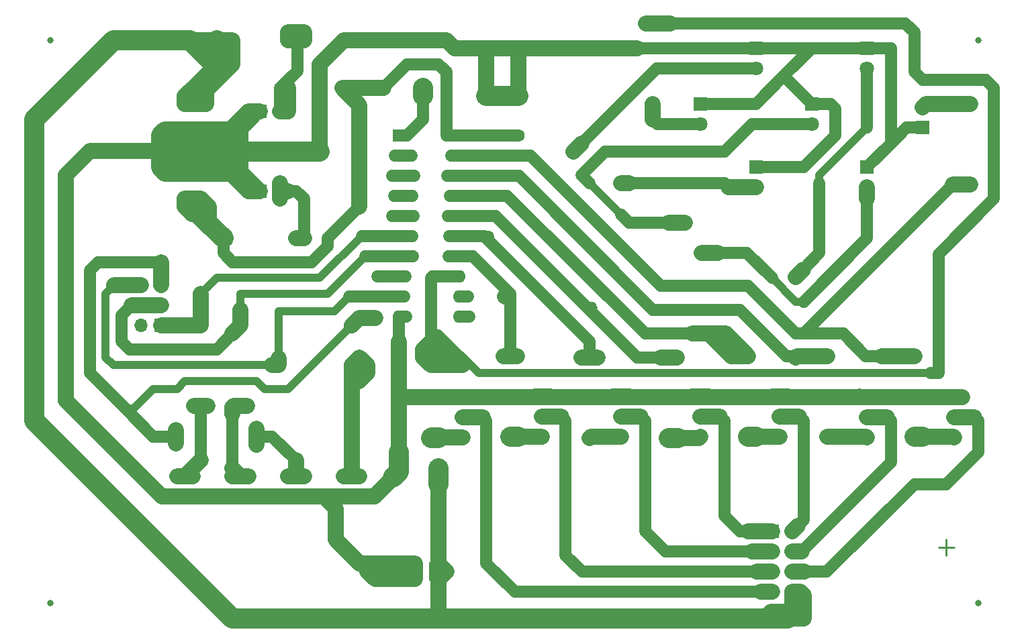
<source format=gbr>
%TF.GenerationSoftware,KiCad,Pcbnew,5.1.8*%
%TF.CreationDate,2021-03-03T19:18:21+01:00*%
%TF.ProjectId,controller,636f6e74-726f-46c6-9c65-722e6b696361,rev?*%
%TF.SameCoordinates,Original*%
%TF.FileFunction,Copper,L2,Bot*%
%TF.FilePolarity,Positive*%
%FSLAX46Y46*%
G04 Gerber Fmt 4.6, Leading zero omitted, Abs format (unit mm)*
G04 Created by KiCad (PCBNEW 5.1.8) date 2021-03-03 19:18:21*
%MOMM*%
%LPD*%
G01*
G04 APERTURE LIST*
%TA.AperFunction,ComponentPad*%
%ADD10C,1.600000*%
%TD*%
%TA.AperFunction,ComponentPad*%
%ADD11C,2.000000*%
%TD*%
%TA.AperFunction,ComponentPad*%
%ADD12R,2.000000X2.000000*%
%TD*%
%TA.AperFunction,ComponentPad*%
%ADD13O,1.700000X1.700000*%
%TD*%
%TA.AperFunction,ComponentPad*%
%ADD14R,1.700000X1.700000*%
%TD*%
%TA.AperFunction,ComponentPad*%
%ADD15O,1.600000X1.600000*%
%TD*%
%TA.AperFunction,ComponentPad*%
%ADD16R,1.600000X1.600000*%
%TD*%
%TA.AperFunction,ComponentPad*%
%ADD17R,1.800000X1.800000*%
%TD*%
%TA.AperFunction,ComponentPad*%
%ADD18C,1.800000*%
%TD*%
%TA.AperFunction,ComponentPad*%
%ADD19C,2.600000*%
%TD*%
%TA.AperFunction,ComponentPad*%
%ADD20O,1.800000X1.800000*%
%TD*%
%TA.AperFunction,ComponentPad*%
%ADD21R,2.400000X2.400000*%
%TD*%
%TA.AperFunction,ComponentPad*%
%ADD22C,2.400000*%
%TD*%
%TA.AperFunction,ViaPad*%
%ADD23C,0.800000*%
%TD*%
%TA.AperFunction,Conductor*%
%ADD24C,0.250000*%
%TD*%
%TA.AperFunction,Conductor*%
%ADD25C,1.500000*%
%TD*%
%TA.AperFunction,Conductor*%
%ADD26C,2.000000*%
%TD*%
%TA.AperFunction,Conductor*%
%ADD27C,2.500000*%
%TD*%
%TA.AperFunction,Conductor*%
%ADD28C,1.000000*%
%TD*%
G04 APERTURE END LIST*
D10*
%TO.P,C4,2*%
%TO.N,Earth*%
X133000000Y-94000000D03*
%TO.P,C4,1*%
%TO.N,/+12V*%
X138000000Y-94000000D03*
%TD*%
%TO.P,C3,2*%
%TO.N,Earth*%
X148000000Y-47000000D03*
%TO.P,C3,1*%
%TO.N,/5V+*%
X148000000Y-52000000D03*
%TD*%
D11*
%TO.P,C1,2*%
%TO.N,Earth*%
X123000000Y-54000000D03*
D12*
%TO.P,C1,1*%
%TO.N,/5V+*%
X128000000Y-54000000D03*
%TD*%
D10*
%TO.P,C2,2*%
%TO.N,Earth*%
X144000000Y-47000000D03*
%TO.P,C2,1*%
%TO.N,/5V+*%
X144000000Y-52000000D03*
%TD*%
D13*
%TO.P,J2,10*%
%TO.N,/+12V*%
X182540000Y-112160000D03*
%TO.P,J2,9*%
X180000000Y-112160000D03*
%TO.P,J2,8*%
X182540000Y-109620000D03*
%TO.P,J2,7*%
%TO.N,/SEG_G*%
X180000000Y-109620000D03*
%TO.P,J2,6*%
%TO.N,/SEG_A*%
X182540000Y-107080000D03*
%TO.P,J2,5*%
%TO.N,/SEG_F*%
X180000000Y-107080000D03*
%TO.P,J2,4*%
%TO.N,/SEG_B*%
X182540000Y-104540000D03*
%TO.P,J2,3*%
%TO.N,/SEG_E*%
X180000000Y-104540000D03*
%TO.P,J2,2*%
%TO.N,/SEG_C*%
X182540000Y-102000000D03*
D14*
%TO.P,J2,1*%
%TO.N,/SEG_D*%
X180000000Y-102000000D03*
%TD*%
D15*
%TO.P,R14,2*%
%TO.N,Net-(R0-Pad1)*%
X165000000Y-37840000D03*
D10*
%TO.P,R14,1*%
%TO.N,Net-(D7-Pad2)*%
X165000000Y-48000000D03*
%TD*%
%TO.P,R15,2*%
%TO.N,Net-(R1-Pad1)*%
%TA.AperFunction,ComponentPad*%
G36*
G01*
X147197275Y-71802725D02*
X147197275Y-71802725D01*
G75*
G02*
X147197275Y-72934095I-565685J-565685D01*
G01*
X147197275Y-72934095D01*
G75*
G02*
X146065905Y-72934095I-565685J565685D01*
G01*
X146065905Y-72934095D01*
G75*
G02*
X146065905Y-71802725I565685J565685D01*
G01*
X146065905Y-71802725D01*
G75*
G02*
X147197275Y-71802725I565685J-565685D01*
G01*
G37*
%TD.AperFunction*%
%TO.P,R15,1*%
%TO.N,Net-(D8-Pad2)*%
X161000000Y-58000000D03*
%TD*%
D16*
%TO.P,U1,1*%
%TO.N,Net-(R8-Pad1)*%
X133000000Y-52000000D03*
D15*
%TO.P,U1,11*%
%TO.N,Net-(U1-Pad11)*%
X140620000Y-74860000D03*
%TO.P,U1,2*%
%TO.N,Net-(U1-Pad2)*%
X133000000Y-54540000D03*
%TO.P,U1,12*%
%TO.N,Net-(U1-Pad12)*%
X140620000Y-72320000D03*
%TO.P,U1,3*%
%TO.N,Net-(U1-Pad3)*%
X133000000Y-57080000D03*
%TO.P,U1,13*%
%TO.N,Net-(R0-Pad1)*%
X140620000Y-69780000D03*
%TO.P,U1,4*%
%TO.N,Net-(U1-Pad4)*%
X133000000Y-59620000D03*
%TO.P,U1,14*%
%TO.N,Net-(R1-Pad1)*%
X140620000Y-67240000D03*
%TO.P,U1,5*%
%TO.N,Net-(U1-Pad5)*%
X133000000Y-62160000D03*
%TO.P,U1,15*%
%TO.N,Net-(R16-Pad2)*%
X140620000Y-64700000D03*
%TO.P,U1,6*%
%TO.N,/BIT_D*%
X133000000Y-64700000D03*
%TO.P,U1,16*%
%TO.N,Net-(R17-Pad2)*%
X140620000Y-62160000D03*
%TO.P,U1,7*%
%TO.N,/BIT_C*%
X133000000Y-67240000D03*
%TO.P,U1,17*%
%TO.N,Net-(R18-Pad2)*%
X140620000Y-59620000D03*
%TO.P,U1,8*%
%TO.N,/BIT_B*%
X133000000Y-69780000D03*
%TO.P,U1,18*%
%TO.N,Net-(R19-Pad2)*%
X140620000Y-57080000D03*
%TO.P,U1,9*%
%TO.N,/BIT_A*%
X133000000Y-72320000D03*
%TO.P,U1,19*%
%TO.N,Net-(R20-Pad2)*%
X140620000Y-54540000D03*
%TO.P,U1,10*%
%TO.N,Earth*%
X133000000Y-74860000D03*
%TO.P,U1,20*%
%TO.N,/5V+*%
X140620000Y-52000000D03*
%TD*%
D17*
%TO.P,D1,1*%
%TO.N,Earth*%
X115460000Y-59000000D03*
D18*
%TO.P,D1,2*%
%TO.N,Net-(D1-Pad2)*%
X118000000Y-59000000D03*
%TD*%
D17*
%TO.P,D2,1*%
%TO.N,Earth*%
X106000000Y-97540000D03*
D18*
%TO.P,D2,2*%
%TO.N,Net-(D2-Pad2)*%
X106000000Y-95000000D03*
%TD*%
D17*
%TO.P,D3,1*%
%TO.N,Earth*%
X113000000Y-97540000D03*
D18*
%TO.P,D3,2*%
%TO.N,Net-(D3-Pad2)*%
X113000000Y-95000000D03*
%TD*%
D17*
%TO.P,D4,1*%
%TO.N,Earth*%
X120000000Y-97540000D03*
D18*
%TO.P,D4,2*%
%TO.N,Net-(D4-Pad2)*%
X120000000Y-95000000D03*
%TD*%
%TO.P,D5,2*%
%TO.N,Net-(D5-Pad2)*%
X127000000Y-95000000D03*
D17*
%TO.P,D5,1*%
%TO.N,Earth*%
X127000000Y-97540000D03*
%TD*%
%TO.P,D6,1*%
%TO.N,Earth*%
X115460000Y-49000000D03*
D18*
%TO.P,D6,2*%
%TO.N,Net-(D6-Pad2)*%
X118000000Y-49000000D03*
%TD*%
%TO.P,D7,2*%
%TO.N,Net-(D7-Pad2)*%
X171000000Y-50540000D03*
D17*
%TO.P,D7,1*%
%TO.N,Earth*%
X171000000Y-48000000D03*
%TD*%
D18*
%TO.P,D8,2*%
%TO.N,Net-(D8-Pad2)*%
X178000000Y-58540000D03*
D17*
%TO.P,D8,1*%
%TO.N,Earth*%
X178000000Y-56000000D03*
%TD*%
D18*
%TO.P,D9,2*%
%TO.N,Net-(D9-Pad2)*%
X178000000Y-43540000D03*
D17*
%TO.P,D9,1*%
%TO.N,Earth*%
X178000000Y-41000000D03*
%TD*%
D18*
%TO.P,D10,2*%
%TO.N,Net-(D10-Pad2)*%
X185000000Y-50540000D03*
D17*
%TO.P,D10,1*%
%TO.N,Earth*%
X185000000Y-48000000D03*
%TD*%
%TO.P,D11,1*%
%TO.N,Earth*%
X192000000Y-56000000D03*
D18*
%TO.P,D11,2*%
%TO.N,Net-(D11-Pad2)*%
X192000000Y-58540000D03*
%TD*%
%TO.P,D12,2*%
%TO.N,Net-(D12-Pad2)*%
X192000000Y-43540000D03*
D17*
%TO.P,D12,1*%
%TO.N,Earth*%
X192000000Y-41000000D03*
%TD*%
%TO.P,D13,1*%
%TO.N,Earth*%
X199000000Y-51000000D03*
D18*
%TO.P,D13,2*%
%TO.N,Net-(D13-Pad2)*%
X199000000Y-48460000D03*
%TD*%
D19*
%TO.P,J0,1*%
%TO.N,/+12V*%
X107020000Y-46380000D03*
%TO.P,J0,2*%
%TO.N,Earth*%
X107020000Y-51460000D03*
%TO.P,J0,3*%
X107020000Y-56540000D03*
%TO.P,J0,4*%
%TO.N,/5V+*%
X107020000Y-61620000D03*
%TD*%
D14*
%TO.P,J3,1*%
%TO.N,/BIT_D*%
X103000000Y-76000000D03*
D13*
%TO.P,J3,2*%
%TO.N,Net-(J3-Pad2)*%
X100460000Y-76000000D03*
%TO.P,J3,3*%
%TO.N,/BIT_C*%
X103000000Y-73460000D03*
%TO.P,J3,4*%
X100460000Y-73460000D03*
%TO.P,J3,5*%
%TO.N,/BIT_B*%
X103000000Y-70920000D03*
%TO.P,J3,6*%
%TO.N,/BIT_A*%
X100460000Y-70920000D03*
%TD*%
D20*
%TO.P,Q0,3*%
%TO.N,Net-(Q0-Pad3)*%
X141000000Y-90080000D03*
%TO.P,Q0,2*%
%TO.N,/SEG_G*%
X141000000Y-87540000D03*
D17*
%TO.P,Q0,1*%
%TO.N,Earth*%
X141000000Y-85000000D03*
%TD*%
%TO.P,Q1,1*%
%TO.N,Earth*%
X151000000Y-84920000D03*
D20*
%TO.P,Q1,2*%
%TO.N,/SEG_F*%
X151000000Y-87460000D03*
%TO.P,Q1,3*%
%TO.N,Net-(Q1-Pad3)*%
X151000000Y-90000000D03*
%TD*%
%TO.P,Q2,3*%
%TO.N,Net-(Q2-Pad3)*%
X161000000Y-90000000D03*
%TO.P,Q2,2*%
%TO.N,/SEG_E*%
X161000000Y-87460000D03*
D17*
%TO.P,Q2,1*%
%TO.N,Earth*%
X161000000Y-84920000D03*
%TD*%
%TO.P,Q3,1*%
%TO.N,Earth*%
X171000000Y-84920000D03*
D20*
%TO.P,Q3,2*%
%TO.N,/SEG_D*%
X171000000Y-87460000D03*
%TO.P,Q3,3*%
%TO.N,Net-(Q3-Pad3)*%
X171000000Y-90000000D03*
%TD*%
D17*
%TO.P,Q4,1*%
%TO.N,Earth*%
X181000000Y-84920000D03*
D20*
%TO.P,Q4,2*%
%TO.N,/SEG_C*%
X181000000Y-87460000D03*
%TO.P,Q4,3*%
%TO.N,Net-(Q4-Pad3)*%
X181000000Y-90000000D03*
%TD*%
%TO.P,Q5,3*%
%TO.N,Net-(Q5-Pad3)*%
X192000000Y-90080000D03*
%TO.P,Q5,2*%
%TO.N,/SEG_B*%
X192000000Y-87540000D03*
D17*
%TO.P,Q5,1*%
%TO.N,Earth*%
X192000000Y-85000000D03*
%TD*%
%TO.P,Q6,1*%
%TO.N,Earth*%
X203000000Y-85000000D03*
D20*
%TO.P,Q6,2*%
%TO.N,/SEG_A*%
X203000000Y-87540000D03*
%TO.P,Q6,3*%
%TO.N,Net-(Q6-Pad3)*%
X203000000Y-90080000D03*
%TD*%
D10*
%TO.P,R0,1*%
%TO.N,Net-(R0-Pad1)*%
X137000000Y-80000000D03*
D15*
%TO.P,R0,2*%
%TO.N,Net-(Q0-Pad3)*%
X137000000Y-90160000D03*
%TD*%
%TO.P,R1,2*%
%TO.N,Net-(Q1-Pad3)*%
X147000000Y-90000000D03*
D10*
%TO.P,R1,1*%
%TO.N,Net-(R1-Pad1)*%
X147000000Y-79840000D03*
%TD*%
D15*
%TO.P,R2,2*%
%TO.N,Net-(Q2-Pad3)*%
X157000000Y-90160000D03*
D10*
%TO.P,R2,1*%
%TO.N,Net-(R16-Pad2)*%
X157000000Y-80000000D03*
%TD*%
%TO.P,R3,1*%
%TO.N,Net-(R17-Pad2)*%
X167000000Y-80000000D03*
D15*
%TO.P,R3,2*%
%TO.N,Net-(Q3-Pad3)*%
X167000000Y-90160000D03*
%TD*%
%TO.P,R4,2*%
%TO.N,Net-(Q4-Pad3)*%
X177000000Y-90000000D03*
D10*
%TO.P,R4,1*%
%TO.N,Net-(R18-Pad2)*%
X177000000Y-79840000D03*
%TD*%
%TO.P,R5,1*%
%TO.N,Net-(R19-Pad2)*%
X187000000Y-79840000D03*
D15*
%TO.P,R5,2*%
%TO.N,Net-(Q5-Pad3)*%
X187000000Y-90000000D03*
%TD*%
D10*
%TO.P,R6,1*%
%TO.N,Net-(R20-Pad2)*%
X198000000Y-79840000D03*
D15*
%TO.P,R6,2*%
%TO.N,Net-(Q6-Pad3)*%
X198000000Y-90000000D03*
%TD*%
D10*
%TO.P,R7,1*%
%TO.N,/5V+*%
X110840000Y-65000000D03*
D15*
%TO.P,R7,2*%
%TO.N,Net-(D1-Pad2)*%
X121000000Y-65000000D03*
%TD*%
%TO.P,R8,2*%
%TO.N,/5V+*%
X125840000Y-46000000D03*
D10*
%TO.P,R8,1*%
%TO.N,Net-(R8-Pad1)*%
X136000000Y-46000000D03*
%TD*%
%TO.P,R9,1*%
%TO.N,Net-(D2-Pad2)*%
X108000000Y-86160000D03*
D15*
%TO.P,R9,2*%
%TO.N,/BIT_D*%
X108000000Y-76000000D03*
%TD*%
%TO.P,R10,2*%
%TO.N,/BIT_C*%
X113000000Y-76000000D03*
D10*
%TO.P,R10,1*%
%TO.N,Net-(D3-Pad2)*%
X113000000Y-86160000D03*
%TD*%
D15*
%TO.P,R11,2*%
%TO.N,/BIT_B*%
X104840000Y-90000000D03*
D10*
%TO.P,R11,1*%
%TO.N,Net-(D4-Pad2)*%
X115000000Y-90000000D03*
%TD*%
%TO.P,R12,1*%
%TO.N,Net-(D5-Pad2)*%
X128000000Y-81000000D03*
D15*
%TO.P,R12,2*%
%TO.N,/BIT_A*%
X117840000Y-81000000D03*
%TD*%
D10*
%TO.P,R13,1*%
%TO.N,Net-(D6-Pad2)*%
X120160000Y-40000000D03*
D15*
%TO.P,R13,2*%
%TO.N,/+12V*%
X110000000Y-40000000D03*
%TD*%
%TO.P,R18,2*%
%TO.N,Net-(R18-Pad2)*%
X172000000Y-77000000D03*
D10*
%TO.P,R18,1*%
%TO.N,Net-(D11-Pad2)*%
X172000000Y-66840000D03*
%TD*%
%TO.P,R19,1*%
%TO.N,Net-(D12-Pad2)*%
X183000000Y-69840000D03*
D15*
%TO.P,R19,2*%
%TO.N,Net-(R19-Pad2)*%
X183000000Y-80000000D03*
%TD*%
%TO.P,R20,2*%
%TO.N,Net-(R20-Pad2)*%
X205000000Y-58160000D03*
D10*
%TO.P,R20,1*%
%TO.N,Net-(D13-Pad2)*%
X205000000Y-48000000D03*
%TD*%
%TO.P,R16,1*%
%TO.N,Net-(D9-Pad2)*%
X155000000Y-54000000D03*
%TO.P,R16,2*%
%TO.N,Net-(R16-Pad2)*%
%TA.AperFunction,ComponentPad*%
G36*
G01*
X144789378Y-64210622D02*
X144789378Y-64210622D01*
G75*
G02*
X144789378Y-65341992I-565685J-565685D01*
G01*
X144789378Y-65341992D01*
G75*
G02*
X143658008Y-65341992I-565685J565685D01*
G01*
X143658008Y-65341992D01*
G75*
G02*
X143658008Y-64210622I565685J565685D01*
G01*
X143658008Y-64210622D01*
G75*
G02*
X144789378Y-64210622I565685J-565685D01*
G01*
G37*
%TD.AperFunction*%
%TD*%
%TO.P,R17,2*%
%TO.N,Net-(R17-Pad2)*%
%TA.AperFunction,ComponentPad*%
G36*
G01*
X157789378Y-73210622D02*
X157789378Y-73210622D01*
G75*
G02*
X157789378Y-74341992I-565685J-565685D01*
G01*
X157789378Y-74341992D01*
G75*
G02*
X156658008Y-74341992I-565685J565685D01*
G01*
X156658008Y-74341992D01*
G75*
G02*
X156658008Y-73210622I565685J565685D01*
G01*
X156658008Y-73210622D01*
G75*
G02*
X157789378Y-73210622I565685J-565685D01*
G01*
G37*
%TD.AperFunction*%
%TO.P,R17,1*%
%TO.N,Net-(D10-Pad2)*%
X168000000Y-63000000D03*
%TD*%
D21*
%TO.P,C5,1*%
%TO.N,/+12V*%
X138000000Y-107000000D03*
D22*
%TO.P,C5,2*%
%TO.N,Earth*%
X133000000Y-107000000D03*
%TD*%
D23*
%TO.N,*%
X89000000Y-40000000D03*
X89000000Y-111000000D03*
X206000000Y-40000000D03*
X206000000Y-111000000D03*
%TO.N,/BIT_B*%
X130220000Y-69780000D03*
X130000000Y-75000000D03*
%TD*%
D24*
%TO.N,*%
X202000000Y-103000000D02*
X202000000Y-105000000D01*
X203000000Y-104000000D02*
X201000000Y-104000000D01*
D25*
%TO.N,Earth*%
X113000000Y-51460000D02*
X115460000Y-49000000D01*
D26*
X120000000Y-97540000D02*
X113000000Y-97540000D01*
X113000000Y-97540000D02*
X106000000Y-97540000D01*
X103100000Y-97540000D02*
X91000000Y-85440000D01*
X106000000Y-97540000D02*
X103100000Y-97540000D01*
X91000000Y-85440000D02*
X91000000Y-57000000D01*
X91000000Y-57000000D02*
X94020000Y-53980000D01*
D27*
X107020000Y-53980000D02*
X107020000Y-56540000D01*
X107020000Y-51460000D02*
X107020000Y-53980000D01*
D26*
X127000000Y-97540000D02*
X129900000Y-97540000D01*
D25*
X133000000Y-74860000D02*
X133000000Y-78000000D01*
D26*
X133000000Y-85000000D02*
X133000000Y-78000000D01*
X133000000Y-88000000D02*
X133000000Y-85000000D01*
D25*
X133000000Y-74860000D02*
X133860000Y-74860000D01*
D26*
X115460000Y-49000000D02*
X114000000Y-49000000D01*
X114000000Y-49000000D02*
X112000000Y-51000000D01*
X108460000Y-51460000D02*
X108460000Y-55460000D01*
D25*
X107020000Y-51460000D02*
X108460000Y-51460000D01*
D26*
X108460000Y-55460000D02*
X108920000Y-55000000D01*
X108920000Y-55000000D02*
X112000000Y-55000000D01*
X112000000Y-55000000D02*
X112000000Y-53000000D01*
X112000000Y-53000000D02*
X110000000Y-53000000D01*
X108920000Y-54080000D02*
X111540000Y-51460000D01*
X108920000Y-55000000D02*
X108920000Y-54080000D01*
D25*
X111540000Y-51460000D02*
X113000000Y-51460000D01*
X108460000Y-51460000D02*
X111540000Y-51460000D01*
D26*
X115460000Y-59000000D02*
X113000000Y-56540000D01*
X114000000Y-59000000D02*
X111540000Y-56540000D01*
X115460000Y-59000000D02*
X114000000Y-59000000D01*
X111540000Y-56540000D02*
X113000000Y-56540000D01*
X141000000Y-85000000D02*
X139000000Y-85000000D01*
D25*
X139000000Y-85000000D02*
X133000000Y-85000000D01*
D26*
X141000000Y-85000000D02*
X143000000Y-85000000D01*
X150080000Y-84920000D02*
X150000000Y-85000000D01*
X151000000Y-84920000D02*
X150080000Y-84920000D01*
D25*
X143000000Y-85000000D02*
X150000000Y-85000000D01*
D26*
X151000000Y-84920000D02*
X152080000Y-84920000D01*
X161000000Y-84920000D02*
X159920000Y-84920000D01*
D25*
X152080000Y-84920000D02*
X159920000Y-84920000D01*
D26*
X161000000Y-84920000D02*
X162080000Y-84920000D01*
X171000000Y-84920000D02*
X169920000Y-84920000D01*
D25*
X162080000Y-84920000D02*
X169920000Y-84920000D01*
D26*
X171000000Y-84920000D02*
X172080000Y-84920000D01*
X181000000Y-84920000D02*
X180080000Y-84920000D01*
D25*
X180080000Y-84920000D02*
X172080000Y-84920000D01*
D26*
X181000000Y-84920000D02*
X182080000Y-84920000D01*
X191160000Y-85000000D02*
X191080000Y-84920000D01*
X192000000Y-85000000D02*
X191160000Y-85000000D01*
D25*
X182080000Y-84920000D02*
X191080000Y-84920000D01*
D26*
X192000000Y-85000000D02*
X193000000Y-85000000D01*
X203000000Y-85000000D02*
X202000000Y-85000000D01*
D25*
X193000000Y-85000000D02*
X202000000Y-85000000D01*
D26*
X203000000Y-85000000D02*
X204000000Y-85000000D01*
X113000000Y-54000000D02*
X113000000Y-51460000D01*
X113000000Y-56540000D02*
X113000000Y-54000000D01*
D25*
X171000000Y-48000000D02*
X178000000Y-48000000D01*
X185000000Y-41000000D02*
X192000000Y-41000000D01*
X178000000Y-41000000D02*
X185000000Y-41000000D01*
X181500000Y-44500000D02*
X185000000Y-48000000D01*
X178000000Y-48000000D02*
X181500000Y-44500000D01*
X181500000Y-44500000D02*
X185000000Y-41000000D01*
X178000000Y-56000000D02*
X184000000Y-56000000D01*
X184000000Y-56000000D02*
X188000000Y-52000000D01*
X187400000Y-48000000D02*
X185000000Y-48000000D01*
X188000000Y-48600000D02*
X187400000Y-48000000D01*
X188000000Y-52000000D02*
X188000000Y-48600000D01*
X195000000Y-53000000D02*
X195000000Y-41000000D01*
X192000000Y-56000000D02*
X195000000Y-53000000D01*
X192000000Y-41000000D02*
X195000000Y-41000000D01*
X197000000Y-51000000D02*
X195000000Y-53000000D01*
X199000000Y-51000000D02*
X197000000Y-51000000D01*
D27*
X123000000Y-54000000D02*
X113000000Y-54000000D01*
D26*
X126000000Y-40000000D02*
X139000000Y-40000000D01*
X123000000Y-43000000D02*
X126000000Y-40000000D01*
X123000000Y-54000000D02*
X123000000Y-43000000D01*
X144000000Y-47000000D02*
X144000000Y-45000000D01*
D27*
X148000000Y-47000000D02*
X144000000Y-47000000D01*
D26*
X139000000Y-40000000D02*
X140000000Y-41000000D01*
X148000000Y-47000000D02*
X148000000Y-41000000D01*
D25*
X148000000Y-41000000D02*
X178000000Y-41000000D01*
D26*
X148000000Y-41000000D02*
X163000000Y-41000000D01*
X144000000Y-45000000D02*
X144000000Y-41000000D01*
X144000000Y-41000000D02*
X140000000Y-41000000D01*
X148000000Y-41000000D02*
X144000000Y-41000000D01*
X123460000Y-97540000D02*
X120000000Y-97540000D01*
X127000000Y-97540000D02*
X123460000Y-97540000D01*
X133000000Y-85000000D02*
X204000000Y-85000000D01*
D27*
X133000000Y-92000000D02*
X133000000Y-94440000D01*
D26*
X133000000Y-92000000D02*
X133000000Y-88000000D01*
D27*
X133000000Y-94440000D02*
X132220000Y-95220000D01*
X133000000Y-94000000D02*
X133000000Y-94440000D01*
D26*
X129900000Y-97540000D02*
X132220000Y-95220000D01*
D27*
X107020000Y-51460000D02*
X111540000Y-51460000D01*
X107020000Y-56540000D02*
X111540000Y-56540000D01*
D26*
X94020000Y-53980000D02*
X102980000Y-53980000D01*
D27*
X107020000Y-56540000D02*
X104540000Y-56540000D01*
X107020000Y-51460000D02*
X103540000Y-51460000D01*
X102980000Y-52020000D02*
X102980000Y-53980000D01*
X103540000Y-51460000D02*
X102980000Y-52020000D01*
X107020000Y-53980000D02*
X102980000Y-53980000D01*
X104500000Y-51460000D02*
X107020000Y-53980000D01*
X103540000Y-51460000D02*
X104500000Y-51460000D01*
X107020000Y-54060000D02*
X104540000Y-56540000D01*
X107020000Y-53980000D02*
X107020000Y-54060000D01*
X103540000Y-56540000D02*
X104540000Y-56540000D01*
X102980000Y-55980000D02*
X103540000Y-56540000D01*
X102980000Y-53980000D02*
X102980000Y-55980000D01*
D26*
X130000000Y-108000000D02*
X129000000Y-107000000D01*
X134000000Y-107000000D02*
X130000000Y-107000000D01*
X129000000Y-107000000D02*
X134000000Y-107000000D01*
X135000000Y-108000000D02*
X130000000Y-108000000D01*
X135000000Y-106000000D02*
X135000000Y-108000000D01*
X128000000Y-106000000D02*
X135000000Y-106000000D01*
X125000000Y-103000000D02*
X128000000Y-106000000D01*
X125000000Y-99080000D02*
X125000000Y-103000000D01*
X123460000Y-97540000D02*
X125000000Y-99080000D01*
D25*
%TO.N,Net-(D1-Pad2)*%
X120000000Y-59000000D02*
X121000000Y-60000000D01*
D26*
X121000000Y-65000000D02*
X120000000Y-65000000D01*
D25*
X121000000Y-60000000D02*
X121000000Y-65000000D01*
D26*
X118000000Y-59000000D02*
X119000000Y-59000000D01*
D25*
X119000000Y-59000000D02*
X120000000Y-59000000D01*
D26*
X118000000Y-59000000D02*
X118000000Y-58000000D01*
X118000000Y-58000000D02*
X118000000Y-60000000D01*
D25*
%TO.N,Net-(D2-Pad2)*%
X108000000Y-86160000D02*
X108000000Y-93000000D01*
D26*
X108000000Y-86160000D02*
X107160000Y-86160000D01*
X108000000Y-86160000D02*
X108840000Y-86160000D01*
X106000000Y-95000000D02*
X108000000Y-93000000D01*
X106000000Y-95000000D02*
X105000000Y-95000000D01*
X105000000Y-95000000D02*
X107000000Y-95000000D01*
D25*
%TO.N,Net-(D3-Pad2)*%
X112000000Y-87160000D02*
X112000000Y-94000000D01*
D26*
X113000000Y-86160000D02*
X113840000Y-86160000D01*
X113000000Y-86160000D02*
X112160000Y-86160000D01*
X112000000Y-86320000D02*
X112000000Y-87160000D01*
X112160000Y-86160000D02*
X112000000Y-86320000D01*
X113000000Y-95000000D02*
X112000000Y-94000000D01*
X113000000Y-95000000D02*
X112000000Y-95000000D01*
X112000000Y-95000000D02*
X114000000Y-95000000D01*
%TO.N,Net-(D4-Pad2)*%
X115000000Y-90000000D02*
X115000000Y-89000000D01*
X115000000Y-90000000D02*
X115000000Y-91000000D01*
X120000000Y-95000000D02*
X120000000Y-93000000D01*
X120000000Y-95000000D02*
X119000000Y-95000000D01*
X119000000Y-95000000D02*
X121000000Y-95000000D01*
D25*
X115000000Y-90000000D02*
X117000000Y-90000000D01*
X117000000Y-90000000D02*
X120000000Y-93000000D01*
D26*
%TO.N,Net-(D5-Pad2)*%
X127000000Y-82000000D02*
X128000000Y-81000000D01*
X127000000Y-95000000D02*
X127000000Y-82000000D01*
X128000000Y-81000000D02*
X128000000Y-83000000D01*
X128000000Y-81000000D02*
X128000000Y-80000000D01*
X129000000Y-81000000D02*
X128000000Y-80000000D01*
X128000000Y-80000000D02*
X127000000Y-81000000D01*
X127000000Y-81000000D02*
X127000000Y-82000000D01*
X129000000Y-82000000D02*
X128000000Y-83000000D01*
X129000000Y-81000000D02*
X129000000Y-82000000D01*
X127000000Y-95000000D02*
X126000000Y-95000000D01*
X126000000Y-95000000D02*
X128000000Y-95000000D01*
D25*
%TO.N,Net-(D6-Pad2)*%
X120160000Y-40000000D02*
X120160000Y-43840000D01*
X118000000Y-46000000D02*
X118000000Y-49000000D01*
X120160000Y-43840000D02*
X118000000Y-46000000D01*
D26*
X120160000Y-40000000D02*
X119000000Y-40000000D01*
X119000000Y-40000000D02*
X119000000Y-39000000D01*
X119000000Y-39000000D02*
X121000000Y-39000000D01*
X121000000Y-39000000D02*
X121000000Y-40000000D01*
X118000000Y-49000000D02*
X119000000Y-49000000D01*
X119000000Y-49000000D02*
X119000000Y-46000000D01*
D25*
%TO.N,Net-(D7-Pad2)*%
X165540000Y-50540000D02*
X171000000Y-50540000D01*
X165000000Y-50000000D02*
X165540000Y-50540000D01*
D26*
X165000000Y-48000000D02*
X165000000Y-50000000D01*
D25*
%TO.N,/5V+*%
X110840000Y-65000000D02*
X110840000Y-66840000D01*
X110840000Y-66840000D02*
X112000000Y-68000000D01*
X112000000Y-68000000D02*
X122000000Y-68000000D01*
X122000000Y-68000000D02*
X124000000Y-66000000D01*
X140620000Y-52000000D02*
X140000000Y-52000000D01*
X124000000Y-66000000D02*
X124000000Y-65000000D01*
X124000000Y-65000000D02*
X128000000Y-61000000D01*
X139000000Y-52000000D02*
X140620000Y-52000000D01*
X139000000Y-44000000D02*
X139000000Y-52000000D01*
D26*
X128000000Y-54000000D02*
X128000000Y-61000000D01*
X128000000Y-48160000D02*
X125840000Y-46000000D01*
X128000000Y-54000000D02*
X128000000Y-48160000D01*
X125840000Y-46000000D02*
X131000000Y-46000000D01*
D25*
X138000000Y-43000000D02*
X139000000Y-44000000D01*
X134000000Y-43000000D02*
X138000000Y-43000000D01*
X131000000Y-46000000D02*
X134000000Y-43000000D01*
X148000000Y-52000000D02*
X143000000Y-52000000D01*
X143000000Y-52000000D02*
X144000000Y-52000000D01*
X140620000Y-52000000D02*
X143000000Y-52000000D01*
D27*
X107020000Y-61620000D02*
X107460000Y-61620000D01*
D26*
X107020000Y-61620000D02*
X108380000Y-61620000D01*
X108380000Y-61620000D02*
X109000000Y-61000000D01*
X109000000Y-61000000D02*
X108000000Y-60000000D01*
X108000000Y-60000000D02*
X106000000Y-60000000D01*
X106000000Y-61000000D02*
X106620000Y-61620000D01*
X106000000Y-60000000D02*
X106000000Y-61000000D01*
X109000000Y-63000000D02*
X108920000Y-63080000D01*
X109000000Y-61000000D02*
X109000000Y-63000000D01*
D27*
X108920000Y-63080000D02*
X110840000Y-65000000D01*
X107460000Y-61620000D02*
X108920000Y-63080000D01*
D25*
%TO.N,Net-(D8-Pad2)*%
X174000000Y-58000000D02*
X174540000Y-58540000D01*
X162000000Y-58000000D02*
X174000000Y-58000000D01*
D26*
X162000000Y-58000000D02*
X161000000Y-58000000D01*
X178000000Y-58540000D02*
X174540000Y-58540000D01*
D25*
%TO.N,Net-(D9-Pad2)*%
X165460000Y-43540000D02*
X178000000Y-43540000D01*
D26*
X155000000Y-54000000D02*
X156000000Y-53000000D01*
D25*
X156000000Y-53000000D02*
X165460000Y-43540000D01*
%TO.N,Net-(D10-Pad2)*%
X162000000Y-63000000D02*
X161000000Y-62000000D01*
D28*
X161000000Y-62000000D02*
X157000000Y-58000000D01*
D25*
X157000000Y-58000000D02*
X156000000Y-57000000D01*
X156000000Y-57000000D02*
X159000000Y-54000000D01*
X159000000Y-54000000D02*
X174000000Y-54000000D01*
X177460000Y-50540000D02*
X185000000Y-50540000D01*
X174000000Y-54000000D02*
X177460000Y-50540000D01*
D26*
X169000000Y-63000000D02*
X168000000Y-63000000D01*
X168000000Y-63000000D02*
X167000000Y-63000000D01*
D25*
X167000000Y-63000000D02*
X162000000Y-63000000D01*
%TO.N,Net-(D11-Pad2)*%
X176840000Y-66840000D02*
X180000000Y-70000000D01*
X192000000Y-65000000D02*
X184000000Y-73000000D01*
D28*
X180000000Y-70000000D02*
X183000000Y-73000000D01*
X183000000Y-73000000D02*
X184000000Y-73000000D01*
D26*
X172000000Y-66840000D02*
X171160000Y-66840000D01*
X171160000Y-66840000D02*
X173160000Y-66840000D01*
D25*
X173160000Y-66840000D02*
X176840000Y-66840000D01*
D26*
X192000000Y-58540000D02*
X192000000Y-60000000D01*
D25*
X192000000Y-60000000D02*
X192000000Y-65000000D01*
%TO.N,Net-(D12-Pad2)*%
X186000000Y-66840000D02*
X186000000Y-58000000D01*
X192000000Y-43540000D02*
X192000000Y-51000000D01*
D28*
X186000000Y-57000000D02*
X192000000Y-51000000D01*
X186000000Y-58000000D02*
X186000000Y-57000000D01*
D26*
X183000000Y-69840000D02*
X183920000Y-68920000D01*
D25*
X183920000Y-68920000D02*
X186000000Y-66840000D01*
D26*
%TO.N,Net-(D13-Pad2)*%
X199460000Y-48000000D02*
X199000000Y-48460000D01*
X205000000Y-48000000D02*
X199460000Y-48000000D01*
D27*
%TO.N,/+12V*%
X110000000Y-43400000D02*
X110000000Y-40000000D01*
X107020000Y-46380000D02*
X110000000Y-43400000D01*
D26*
X182540000Y-109620000D02*
X182540000Y-112460000D01*
D27*
X87000000Y-50000000D02*
X87000000Y-88000000D01*
X97000000Y-40000000D02*
X87000000Y-50000000D01*
X106600000Y-40000000D02*
X97000000Y-40000000D01*
X87000000Y-88000000D02*
X112000000Y-113000000D01*
D26*
X180000000Y-112160000D02*
X179840000Y-112160000D01*
X179840000Y-112160000D02*
X179000000Y-113000000D01*
D27*
X179000000Y-113000000D02*
X182000000Y-113000000D01*
D26*
X182540000Y-112460000D02*
X182000000Y-113000000D01*
X182540000Y-112160000D02*
X182540000Y-112460000D01*
X182540000Y-109620000D02*
X182540000Y-112160000D01*
X110000000Y-40000000D02*
X106600000Y-40000000D01*
X110000000Y-40000000D02*
X112000000Y-40000000D01*
X112000000Y-40000000D02*
X112000000Y-43000000D01*
X109600000Y-43000000D02*
X108300000Y-41700000D01*
X112000000Y-43000000D02*
X109600000Y-43000000D01*
D27*
X108300000Y-41700000D02*
X106600000Y-40000000D01*
X110000000Y-43400000D02*
X108300000Y-41700000D01*
D26*
X106620000Y-46380000D02*
X107240000Y-47000000D01*
X107240000Y-47000000D02*
X108000000Y-47000000D01*
X182540000Y-112160000D02*
X180000000Y-112160000D01*
X184000000Y-113000000D02*
X182000000Y-113000000D01*
X184000000Y-110000000D02*
X184000000Y-113000000D01*
X183620000Y-109620000D02*
X184000000Y-110000000D01*
X182540000Y-109620000D02*
X183620000Y-109620000D01*
D27*
X112000000Y-113000000D02*
X128000000Y-113000000D01*
D26*
X138000000Y-112000000D02*
X137000000Y-113000000D01*
D27*
X137000000Y-113000000D02*
X179000000Y-113000000D01*
X128000000Y-113000000D02*
X137000000Y-113000000D01*
D26*
X139000000Y-107000000D02*
X138000000Y-107000000D01*
X138000000Y-106000000D02*
X139000000Y-107000000D01*
X139000000Y-107000000D02*
X138000000Y-108000000D01*
X138000000Y-108000000D02*
X138000000Y-112000000D01*
X138000000Y-107000000D02*
X138000000Y-108000000D01*
D27*
X138000000Y-94000000D02*
X138000000Y-95000000D01*
X138000000Y-94000000D02*
X138000000Y-96000000D01*
D26*
X138000000Y-96000000D02*
X138000000Y-106000000D01*
X138000000Y-95000000D02*
X138000000Y-96000000D01*
D27*
X107020000Y-46780000D02*
X107240000Y-47000000D01*
X107020000Y-46380000D02*
X107020000Y-46780000D01*
X107380000Y-46380000D02*
X108000000Y-47000000D01*
X107020000Y-46380000D02*
X107380000Y-46380000D01*
D26*
X107020000Y-46380000D02*
X108640000Y-48000000D01*
X108640000Y-48000000D02*
X106000000Y-48000000D01*
X106000000Y-47000000D02*
X106620000Y-46380000D01*
X106000000Y-48000000D02*
X106000000Y-47000000D01*
X108640000Y-46360000D02*
X109000000Y-46000000D01*
X108640000Y-48000000D02*
X108640000Y-46360000D01*
X109000000Y-46000000D02*
X112000000Y-43000000D01*
X108000000Y-47000000D02*
X109000000Y-46000000D01*
D25*
%TO.N,/SEG_G*%
X144000000Y-106000000D02*
X147620000Y-109620000D01*
X144000000Y-88000000D02*
X144000000Y-106000000D01*
X143540000Y-87540000D02*
X144000000Y-88000000D01*
D26*
X141000000Y-87540000D02*
X143540000Y-87540000D01*
X180000000Y-109620000D02*
X178620000Y-109620000D01*
D25*
X147620000Y-109620000D02*
X178620000Y-109620000D01*
%TO.N,/SEG_F*%
X153460000Y-87460000D02*
X154000000Y-88000000D01*
X154000000Y-88000000D02*
X154000000Y-105000000D01*
X154000000Y-105000000D02*
X156080000Y-107080000D01*
D26*
X151000000Y-87460000D02*
X153460000Y-87460000D01*
X180000000Y-107080000D02*
X178080000Y-107080000D01*
D25*
X156080000Y-107080000D02*
X178080000Y-107080000D01*
%TO.N,/SEG_E*%
X164000000Y-88000000D02*
X164000000Y-102000000D01*
X164000000Y-102000000D02*
X166540000Y-104540000D01*
X163460000Y-87460000D02*
X164000000Y-88000000D01*
D26*
X161000000Y-87460000D02*
X163460000Y-87460000D01*
X180000000Y-104540000D02*
X177540000Y-104540000D01*
D25*
X166540000Y-104540000D02*
X177540000Y-104540000D01*
%TO.N,/SEG_D*%
X174000000Y-88000000D02*
X174000000Y-100000000D01*
X174000000Y-100000000D02*
X176000000Y-102000000D01*
X173460000Y-87460000D02*
X174000000Y-88000000D01*
D26*
X171000000Y-87460000D02*
X173460000Y-87460000D01*
X180000000Y-102000000D02*
X177000000Y-102000000D01*
D25*
X176000000Y-102000000D02*
X177000000Y-102000000D01*
%TO.N,/SEG_C*%
X183460000Y-87460000D02*
X184000000Y-88000000D01*
X184000000Y-88000000D02*
X184000000Y-100540000D01*
D26*
X181000000Y-87460000D02*
X183460000Y-87460000D01*
X182540000Y-102000000D02*
X183270000Y-101270000D01*
D25*
X184000000Y-100540000D02*
X183270000Y-101270000D01*
%TO.N,/SEG_B*%
X195000000Y-93282081D02*
X183742081Y-104540000D01*
X195000000Y-88000000D02*
X195000000Y-93282081D01*
X194540000Y-87540000D02*
X195000000Y-88000000D01*
D26*
X192000000Y-87540000D02*
X194540000Y-87540000D01*
X182540000Y-104540000D02*
X183742081Y-104540000D01*
D25*
%TO.N,/SEG_A*%
X205540000Y-87540000D02*
X206000000Y-88000000D01*
X206000000Y-88000000D02*
X206000000Y-92000000D01*
X206000000Y-92000000D02*
X202000000Y-96000000D01*
X202000000Y-96000000D02*
X198000000Y-96000000D01*
X198000000Y-96000000D02*
X186920000Y-107080000D01*
D26*
X203000000Y-87540000D02*
X205540000Y-87540000D01*
X182540000Y-107080000D02*
X184080000Y-107080000D01*
D25*
X186920000Y-107080000D02*
X184080000Y-107080000D01*
D27*
%TO.N,Net-(Q0-Pad3)*%
X138000000Y-90160000D02*
X138080000Y-90080000D01*
X137000000Y-90160000D02*
X138000000Y-90160000D01*
D26*
X141000000Y-90080000D02*
X138080000Y-90080000D01*
D27*
X137080000Y-90080000D02*
X137000000Y-90160000D01*
X138080000Y-90080000D02*
X137080000Y-90080000D01*
%TO.N,Net-(Q1-Pad3)*%
X148000000Y-90000000D02*
X147000000Y-90000000D01*
D26*
X148000000Y-90000000D02*
X151000000Y-90000000D01*
%TO.N,Net-(Q2-Pad3)*%
X157160000Y-90000000D02*
X157000000Y-90160000D01*
X161000000Y-90000000D02*
X157160000Y-90000000D01*
%TO.N,Net-(Q3-Pad3)*%
X170840000Y-90160000D02*
X171000000Y-90000000D01*
D27*
X168160000Y-90160000D02*
X167000000Y-90160000D01*
D26*
X168160000Y-90160000D02*
X170840000Y-90160000D01*
D27*
%TO.N,Net-(Q4-Pad3)*%
X178000000Y-90000000D02*
X177000000Y-90000000D01*
D26*
X178000000Y-90000000D02*
X181000000Y-90000000D01*
%TO.N,Net-(Q5-Pad3)*%
X191920000Y-90000000D02*
X192000000Y-90080000D01*
X187000000Y-90000000D02*
X191920000Y-90000000D01*
%TO.N,Net-(Q6-Pad3)*%
X202920000Y-90000000D02*
X203000000Y-90080000D01*
D27*
X199000000Y-90000000D02*
X198000000Y-90000000D01*
D26*
X199000000Y-90000000D02*
X202920000Y-90000000D01*
D25*
%TO.N,Net-(R0-Pad1)*%
X140620000Y-69780000D02*
X137220000Y-69780000D01*
X137220000Y-69780000D02*
X137000000Y-70000000D01*
X137000000Y-70000000D02*
X137000000Y-77000000D01*
D28*
X137000000Y-77000000D02*
X138000000Y-77000000D01*
X143000000Y-82000000D02*
X201000000Y-82000000D01*
D25*
X201000000Y-82000000D02*
X200000000Y-82000000D01*
X196840000Y-37840000D02*
X198000000Y-39000000D01*
X198000000Y-39000000D02*
X198000000Y-44000000D01*
X198000000Y-44000000D02*
X199000000Y-45000000D01*
X199000000Y-45000000D02*
X207000000Y-45000000D01*
X207000000Y-45000000D02*
X208000000Y-46000000D01*
X208000000Y-46000000D02*
X208000000Y-60000000D01*
X201000000Y-67000000D02*
X201000000Y-82000000D01*
X208000000Y-60000000D02*
X201000000Y-67000000D01*
D28*
X138000000Y-77000000D02*
X143000000Y-82000000D01*
D26*
X137000000Y-81000000D02*
X137000000Y-80000000D01*
X141000000Y-81000000D02*
X137000000Y-81000000D01*
X138000000Y-78000000D02*
X141000000Y-81000000D01*
X138000000Y-80000000D02*
X138000000Y-78000000D01*
X137000000Y-80000000D02*
X138000000Y-80000000D01*
X137000000Y-80000000D02*
X136000000Y-80000000D01*
X136000000Y-79000000D02*
X137000000Y-78000000D01*
X136000000Y-80000000D02*
X136000000Y-79000000D01*
D25*
X137000000Y-77000000D02*
X137000000Y-78000000D01*
D26*
X136000000Y-80000000D02*
X137000000Y-81000000D01*
X164160000Y-37840000D02*
X165000000Y-37840000D01*
X165000000Y-37840000D02*
X167160000Y-37840000D01*
D25*
X167160000Y-37840000D02*
X196840000Y-37840000D01*
%TO.N,Net-(R1-Pad1)*%
X140620000Y-67240000D02*
X142240000Y-67240000D01*
X147000000Y-72000000D02*
X147000000Y-79840000D01*
X142240000Y-67240000D02*
X147000000Y-72000000D01*
X140620000Y-67240000D02*
X139240000Y-67240000D01*
D26*
X147000000Y-79840000D02*
X146160000Y-79840000D01*
X147000000Y-79840000D02*
X147840000Y-79840000D01*
X146631590Y-72368410D02*
X146368410Y-72368410D01*
D25*
%TO.N,Net-(R16-Pad2)*%
X140620000Y-64700000D02*
X143700000Y-64700000D01*
X157000000Y-78000000D02*
X157000000Y-80000000D01*
X143700000Y-64700000D02*
X157000000Y-78000000D01*
X140620000Y-64700000D02*
X139300000Y-64700000D01*
D26*
X157000000Y-80000000D02*
X156000000Y-80000000D01*
X156000000Y-80000000D02*
X158000000Y-80000000D01*
D25*
%TO.N,Net-(R17-Pad2)*%
X140620000Y-62160000D02*
X145160000Y-62160000D01*
X145160000Y-62160000D02*
X163000000Y-80000000D01*
X140620000Y-62160000D02*
X139160000Y-62160000D01*
D26*
X167000000Y-80000000D02*
X166000000Y-80000000D01*
D25*
X163000000Y-80000000D02*
X166000000Y-80000000D01*
D26*
X167000000Y-80000000D02*
X168000000Y-80000000D01*
D25*
%TO.N,Net-(R18-Pad2)*%
X140620000Y-59620000D02*
X146620000Y-59620000D01*
X146620000Y-59620000D02*
X164000000Y-77000000D01*
X140620000Y-59620000D02*
X139380000Y-59620000D01*
D26*
X174840000Y-79840000D02*
X172000000Y-77000000D01*
X177000000Y-79840000D02*
X174840000Y-79840000D01*
D25*
X170000000Y-77000000D02*
X174160000Y-77000000D01*
D26*
X172000000Y-77000000D02*
X170000000Y-77000000D01*
D25*
X164000000Y-77000000D02*
X170000000Y-77000000D01*
D26*
X172000000Y-77000000D02*
X174160000Y-77000000D01*
X174160000Y-77000000D02*
X177000000Y-79840000D01*
D25*
%TO.N,Net-(R19-Pad2)*%
X140620000Y-57080000D02*
X148080000Y-57080000D01*
X148080000Y-57080000D02*
X165000000Y-74000000D01*
X165000000Y-74000000D02*
X176000000Y-74000000D01*
X181840000Y-79840000D02*
X187000000Y-79840000D01*
X176000000Y-74000000D02*
X181840000Y-79840000D01*
X140620000Y-57080000D02*
X139080000Y-57080000D01*
D26*
X183160000Y-79840000D02*
X183000000Y-80000000D01*
X187000000Y-79840000D02*
X183160000Y-79840000D01*
D25*
%TO.N,Net-(R20-Pad2)*%
X140620000Y-54540000D02*
X149540000Y-54540000D01*
X149540000Y-54540000D02*
X166000000Y-71000000D01*
X166000000Y-71000000D02*
X177000000Y-71000000D01*
X177000000Y-71000000D02*
X183000000Y-77000000D01*
X189000000Y-77000000D02*
X191840000Y-79840000D01*
X202840000Y-58160000D02*
X184000000Y-77000000D01*
X184000000Y-77000000D02*
X189000000Y-77000000D01*
X183000000Y-77000000D02*
X184000000Y-77000000D01*
X140620000Y-54540000D02*
X139540000Y-54540000D01*
D26*
X198000000Y-79840000D02*
X193840000Y-79840000D01*
D25*
X191840000Y-79840000D02*
X193840000Y-79840000D01*
D26*
X205000000Y-58160000D02*
X202840000Y-58160000D01*
D25*
%TO.N,Net-(R8-Pad1)*%
X133000000Y-52000000D02*
X134000000Y-52000000D01*
X136000000Y-50000000D02*
X134000000Y-52000000D01*
D27*
X136000000Y-46000000D02*
X136000000Y-47000000D01*
D25*
X136000000Y-47000000D02*
X136000000Y-50000000D01*
%TO.N,Net-(U1-Pad11)*%
X140620000Y-74860000D02*
X141860000Y-74860000D01*
%TO.N,Net-(U1-Pad2)*%
X133000000Y-54540000D02*
X134540000Y-54540000D01*
X133000000Y-54540000D02*
X132460000Y-54540000D01*
%TO.N,Net-(U1-Pad12)*%
X140620000Y-72320000D02*
X141680000Y-72320000D01*
%TO.N,Net-(U1-Pad3)*%
X133000000Y-57080000D02*
X134920000Y-57080000D01*
X133000000Y-57080000D02*
X132080000Y-57080000D01*
%TO.N,Net-(U1-Pad4)*%
X133000000Y-59620000D02*
X134620000Y-59620000D01*
X133000000Y-59620000D02*
X132380000Y-59620000D01*
%TO.N,Net-(U1-Pad5)*%
X133000000Y-62160000D02*
X134160000Y-62160000D01*
X133000000Y-62160000D02*
X134840000Y-62160000D01*
X133000000Y-62160000D02*
X132160000Y-62160000D01*
D28*
%TO.N,/BIT_C*%
X113000000Y-72000000D02*
X124000000Y-72000000D01*
X124000000Y-72000000D02*
X128760000Y-67240000D01*
D25*
X133000000Y-67240000D02*
X128760000Y-67240000D01*
X99000000Y-79000000D02*
X110000000Y-79000000D01*
X99257919Y-73460000D02*
X98000000Y-74717919D01*
X98000000Y-78000000D02*
X99000000Y-79000000D01*
X98000000Y-74717919D02*
X98000000Y-78000000D01*
X133000000Y-67240000D02*
X134760000Y-67240000D01*
D26*
X100460000Y-73460000D02*
X99257919Y-73460000D01*
X100460000Y-73460000D02*
X103000000Y-73460000D01*
X113000000Y-76000000D02*
X113000000Y-74000000D01*
D28*
X113000000Y-74000000D02*
X113000000Y-72000000D01*
D26*
X113000000Y-76000000D02*
X112000000Y-77000000D01*
D25*
X110000000Y-79000000D02*
X112000000Y-77000000D01*
D28*
%TO.N,/BIT_A*%
X117840000Y-74160000D02*
X124840000Y-74160000D01*
X124840000Y-74160000D02*
X126680000Y-72320000D01*
X117840000Y-80160000D02*
X117840000Y-74160000D01*
D25*
X133000000Y-72320000D02*
X126680000Y-72320000D01*
D28*
X97080000Y-70920000D02*
X96000000Y-72000000D01*
X96000000Y-72000000D02*
X96000000Y-80000000D01*
X96000000Y-80000000D02*
X97000000Y-81000000D01*
X97000000Y-81000000D02*
X102000000Y-81000000D01*
X117000000Y-81000000D02*
X102000000Y-81000000D01*
D25*
X133000000Y-72320000D02*
X133680000Y-72320000D01*
D26*
X100460000Y-70920000D02*
X97080000Y-70920000D01*
X117840000Y-81000000D02*
X117840000Y-80160000D01*
X117840000Y-81000000D02*
X117000000Y-81000000D01*
D28*
%TO.N,/BIT_D*%
X123000000Y-70000000D02*
X128300000Y-64700000D01*
X110000000Y-70000000D02*
X123000000Y-70000000D01*
X108000000Y-72000000D02*
X110000000Y-70000000D01*
D25*
X133000000Y-64700000D02*
X128300000Y-64700000D01*
X133000000Y-64700000D02*
X134700000Y-64700000D01*
D26*
X103000000Y-76000000D02*
X108000000Y-76000000D01*
X108000000Y-76000000D02*
X108000000Y-72000000D01*
D25*
%TO.N,/BIT_B*%
X102000000Y-90000000D02*
X104840000Y-90000000D01*
X98500000Y-86500000D02*
X102000000Y-90000000D01*
D28*
X98500000Y-86500000D02*
X99500000Y-86500000D01*
X99500000Y-86500000D02*
X102000000Y-84000000D01*
X102000000Y-84000000D02*
X105000000Y-84000000D01*
X105000000Y-84000000D02*
X106000000Y-83000000D01*
X106000000Y-83000000D02*
X115000000Y-83000000D01*
X115000000Y-83000000D02*
X116000000Y-84000000D01*
X116000000Y-84000000D02*
X119000000Y-84000000D01*
X119000000Y-84000000D02*
X128000000Y-75000000D01*
D26*
X128000000Y-75000000D02*
X127000000Y-76000000D01*
D25*
X133000000Y-69780000D02*
X130220000Y-69780000D01*
D26*
X128000000Y-75000000D02*
X130000000Y-75000000D01*
D25*
X130220000Y-69780000D02*
X130220000Y-69780000D01*
D26*
X130000000Y-75000000D02*
X130000000Y-75000000D01*
D25*
X94000000Y-69000000D02*
X94000000Y-82000000D01*
X95000000Y-68000000D02*
X94000000Y-69000000D01*
X94000000Y-82000000D02*
X98500000Y-86500000D01*
X103000000Y-68000000D02*
X95000000Y-68000000D01*
X133000000Y-69780000D02*
X133780000Y-69780000D01*
D26*
X103000000Y-70920000D02*
X103000000Y-68000000D01*
X104840000Y-90000000D02*
X104840000Y-89160000D01*
X104840000Y-90000000D02*
X104840000Y-90840000D01*
%TD*%
M02*

</source>
